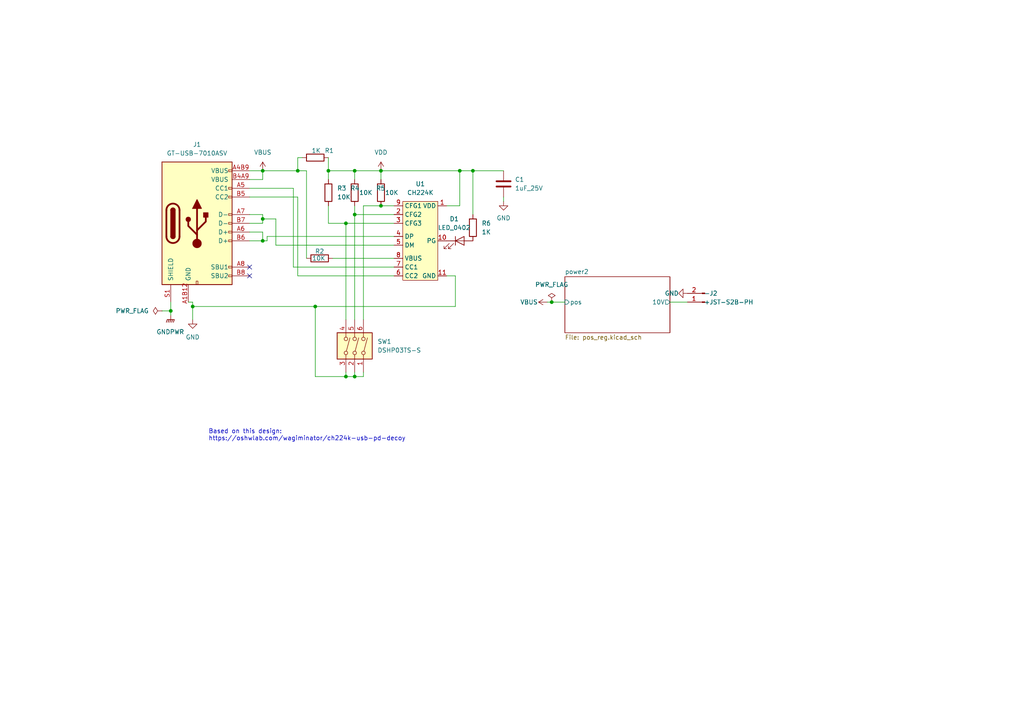
<source format=kicad_sch>
(kicad_sch (version 20230121) (generator eeschema)
  (paper "A4")
  (lib_symbols
    (symbol "0JLC-6:10K" (pin_numbers hide) (pin_names (offset 0))
      (property "Reference" "R" (at 2.032 0 90))
      (property "Value" "10K" (at 0 0 90))
      (symbol "10K_0_1"
        (rectangle (start -1.016 -2.54) (end 1.016 2.54) (stroke (width 0.254)))
      )
      (symbol "10K_1_1"
        (pin passive line (at 0 3.81 270) (length 1.27) (name "~") (number "1"))
        (pin passive line (at 0 -3.81 90) (length 1.27) (name "~") (number "2"))
      )
    )
    (symbol "0JLC-6:1K" (pin_numbers hide) (pin_names (offset 0))
      (property "Reference" "R" (at 2.032 0 90))
      (property "Value" "1K" (at 0 0 90))
      (symbol "1K_0_1"
        (rectangle (start -1.016 -2.54) (end 1.016 2.54) (stroke (width 0.254)))
      )
      (symbol "1K_1_1"
        (pin passive line (at 0 3.81 270) (length 1.27) (name "~") (number "1"))
        (pin passive line (at 0 -3.81 90) (length 1.27) (name "~") (number "2"))
      )
    )
    (symbol "0JLC-6:1uF_25V" (pin_numbers hide) (pin_names (offset 0.254))
      (property "Reference" "C" (at 0.635 2.54 0))
      (property "Value" "1uF_25V" (at 0.635 -2.54 0))
      (symbol "1uF_25V_0_1"
        (polyline (pts (xy -2.032 -0.762) (xy 2.032 -0.762)) (stroke (width 0.508)))
        (polyline (pts (xy -2.032 0.762) (xy 2.032 0.762)) (stroke (width 0.508)))
      )
      (symbol "1uF_25V_1_1"
        (pin passive line (at 0 3.81 270) (length 2.794) (name "~") (number "1"))
        (pin passive line (at 0 -3.81 90) (length 2.794) (name "~") (number "2"))
      )
    )
    (symbol "0JLC-6:CH224K"
      (property "Reference" "U" (at -1.27 15.24 0))
      (property "Value" "CH224K" (at 0 12.7 0))
      (symbol "CH224K_0_1"
        (rectangle (start -5.08 11.43) (end 5.08 -11.43) (fill (type background)))
      )
      (symbol "CH224K_1_1"
        (pin input line (at 7.62 10.16 180) (length 2.54) (name "VDD") (number "1"))
        (pin input line (at 7.62 0 180) (length 2.54) (name "PG") (number "10"))
        (pin input line (at 7.62 -10.16 180) (length 2.54) (name "GND") (number "11"))
        (pin input line (at -7.62 7.62 0) (length 2.54) (name "CFG2") (number "2"))
        (pin input line (at -7.62 5.08 0) (length 2.54) (name "CFG3") (number "3"))
        (pin input line (at -7.62 1.27 0) (length 2.54) (name "DP") (number "4"))
        (pin input line (at -7.62 -1.27 0) (length 2.54) (name "DM") (number "5"))
        (pin input line (at -7.62 -10.16 0) (length 2.54) (name "CC2") (number "6"))
        (pin input line (at -7.62 -7.62 0) (length 2.54) (name "CC1") (number "7"))
        (pin input line (at -7.62 -5.08 0) (length 2.54) (name "VBUS") (number "8"))
        (pin input line (at -7.62 10.16 0) (length 2.54) (name "CFG1") (number "9"))
      )
    )
    (symbol "0JLC-6:LED_0402" (pin_numbers hide) (pin_names (offset 1.016) hide)
      (property "Reference" "D" (at 0 2.54 0))
      (property "Value" "LED_0402" (at 0 -2.54 0))
      (symbol "LED_0402_0_1"
        (polyline (pts (xy -1.27 -1.27) (xy -1.27 1.27)) (stroke (width 0.2032)))
        (polyline (pts (xy -1.27 0) (xy 1.27 0)))
        (polyline (pts (xy 1.27 -1.27) (xy 1.27 1.27) (xy -1.27 0) (xy 1.27 -1.27)) (stroke (width 0.2032)))
        (polyline (pts (xy -3.048 -0.762) (xy -4.572 -2.286) (xy -3.81 -2.286) (xy -4.572 -2.286) (xy -4.572 -1.524)))
        (polyline (pts (xy -1.778 -0.762) (xy -3.302 -2.286) (xy -2.54 -2.286) (xy -3.302 -2.286) (xy -3.302 -1.524)))
      )
      (symbol "LED_0402_1_1"
        (pin passive line (at -3.81 0 0) (length 2.54) (name "K") (number "1"))
        (pin passive line (at 3.81 0 180) (length 2.54) (name "A") (number "2"))
      )
    )
    (symbol "0JLC-7:GT-USB-7010ASV" (pin_names (offset 1.016))
      (property "Reference" "J1" (at 0 23.114 0))
      (property "Value" "GT-USB-7010ASV" (at 0 20.574 0))
      (symbol "GT-USB-7010ASV_0_0"
        (rectangle (start -0.254 -17.78) (end 0.254 -16.764))
        (rectangle (start 10.16 -14.986) (end 9.144 -15.494))
        (rectangle (start 10.16 -12.446) (end 9.144 -12.954))
        (rectangle (start 10.16 -4.826) (end 9.144 -5.334))
        (rectangle (start 10.16 -2.286) (end 9.144 -2.794))
        (rectangle (start 10.16 0.254) (end 9.144 -0.254))
        (rectangle (start 10.16 2.794) (end 9.144 2.286))
        (rectangle (start 10.16 7.874) (end 9.144 7.366))
        (rectangle (start 10.16 10.414) (end 9.144 9.906))
        (rectangle (start 10.16 15.494) (end 9.144 14.986))
      )
      (symbol "GT-USB-7010ASV_0_1"
        (rectangle (start -10.16 17.78) (end 10.16 -17.78) (stroke (width 0.254)) (fill (type background)))
        (arc (start -8.89 -3.81) (mid -6.985 -5.7067) (end -5.08 -3.81) (stroke (width 0.508)))
        (arc (start -7.62 -3.81) (mid -6.985 -4.4423) (end -6.35 -3.81) (stroke (width 0.254)))
        (arc (start -7.62 -3.81) (mid -6.985 -4.4423) (end -6.35 -3.81) (stroke (width 0.254)) (fill (type outline)))
        (rectangle (start -7.62 -3.81) (end -6.35 3.81) (stroke (width 0.254)) (fill (type outline)))
        (arc (start -6.35 3.81) (mid -6.985 4.4423) (end -7.62 3.81) (stroke (width 0.254)))
        (arc (start -6.35 3.81) (mid -6.985 4.4423) (end -7.62 3.81) (stroke (width 0.254)) (fill (type outline)))
        (arc (start -5.08 3.81) (mid -6.985 5.7067) (end -8.89 3.81) (stroke (width 0.508)))
        (circle (center -2.54 1.143) (radius 0.635) (stroke (width 0.254)) (fill (type outline)))
        (circle (center 0 -5.842) (radius 1.27) (fill (type outline)))
        (polyline (pts (xy -8.89 -3.81) (xy -8.89 3.81)) (stroke (width 0.508)))
        (polyline (pts (xy -5.08 3.81) (xy -5.08 -3.81)) (stroke (width 0.508)))
        (polyline (pts (xy 0 -5.842) (xy 0 4.318)) (stroke (width 0.508)))
        (polyline (pts (xy 0 -3.302) (xy -2.54 -0.762) (xy -2.54 0.508)) (stroke (width 0.508)))
        (polyline (pts (xy 0 -2.032) (xy 2.54 0.508) (xy 2.54 1.778)) (stroke (width 0.508)))
        (polyline (pts (xy -1.27 4.318) (xy 0 6.858) (xy 1.27 4.318) (xy -1.27 4.318)) (stroke (width 0.254)) (fill (type outline)))
        (rectangle (start 1.905 1.778) (end 3.175 3.048) (stroke (width 0.254)) (fill (type outline)))
      )
      (symbol "GT-USB-7010ASV_1_1"
        (pin passive line (at -2.54 -22.86 90) (length 5.08) (name "GND") (number "A1B12"))
        (pin passive line (at 15.24 15.24 180) (length 5.08) (name "VBUS") (number "A4B9"))
        (pin bidirectional line (at 15.24 10.16 180) (length 5.08) (name "CC1") (number "A5"))
        (pin bidirectional line (at 15.24 -2.54 180) (length 5.08) (name "D+") (number "A6"))
        (pin bidirectional line (at 15.24 2.54 180) (length 5.08) (name "D-") (number "A7"))
        (pin bidirectional line (at 15.24 -12.7 180) (length 5.08) (name "SBU1") (number "A8"))
        (pin passive line (at -2.54 -22.86 90) (length 5.08) hide (name "GND") (number "B1A12"))
        (pin passive line (at 15.24 12.7 180) (length 5.08) (name "VBUS") (number "B4A9"))
        (pin bidirectional line (at 15.24 7.62 180) (length 5.08) (name "CC2") (number "B5"))
        (pin bidirectional line (at 15.24 -5.08 180) (length 5.08) (name "D+") (number "B6"))
        (pin bidirectional line (at 15.24 0 180) (length 5.08) (name "D-") (number "B7"))
        (pin bidirectional line (at 15.24 -15.24 180) (length 5.08) (name "SBU2") (number "B8"))
        (pin passive line (at -7.62 -22.86 90) (length 5.08) (name "SHIELD") (number "S1"))
        (pin passive line (at -7.62 -22.86 90) (length 5.08) hide (name "SHIELD") (number "S2"))
        (pin passive line (at -7.62 -22.86 90) (length 5.08) hide (name "SHIELD") (number "S3"))
        (pin passive line (at -7.62 -22.86 90) (length 5.08) hide (name "SHIELD") (number "S4"))
      )
    )
    (symbol "JST-B2B-PH_1" (pin_names (offset 1.016))
      (property "Reference" "J" (at 0 2.54 0))
      (property "Value" "JST-B2B-PH" (at 0 -5.08 0))
      (symbol "JST-B2B-PH_1_1_1"
        (polyline (pts (xy 1.27 -2.54) (xy 0.8636 -2.54)) (stroke (width 0.1524)))
        (polyline (pts (xy 1.27 0) (xy 0.8636 0)) (stroke (width 0.1524)))
        (rectangle (start 0.8636 -2.413) (end 0 -2.667) (stroke (width 0.1524)) (fill (type outline)))
        (rectangle (start 0.8636 0.127) (end 0 -0.127) (stroke (width 0.1524)) (fill (type outline)))
        (pin passive line (at 5.08 0 180) (length 3.81) (name "+") (number "1"))
        (pin passive line (at 5.08 -2.54 180) (length 3.81) (name "-") (number "2"))
      )
    )
    (symbol "Switch:SW_DIP_x03" (pin_names (offset 0) hide)
      (property "Reference" "SW" (at 0 8.89 0))
      (property "Value" "SW_DIP_x03" (at 0 -3.81 0))
      (symbol "SW_DIP_x03_0_0"
        (circle (center -2.032 0) (radius 0.508))
        (circle (center -2.032 2.54) (radius 0.508))
        (circle (center -2.032 5.08) (radius 0.508))
        (polyline (pts (xy -1.524 0.127) (xy 2.3622 1.1684)))
        (polyline (pts (xy -1.524 2.667) (xy 2.3622 3.7084)))
        (polyline (pts (xy -1.524 5.207) (xy 2.3622 6.2484)))
        (circle (center 2.032 0) (radius 0.508))
        (circle (center 2.032 2.54) (radius 0.508))
        (circle (center 2.032 5.08) (radius 0.508))
      )
      (symbol "SW_DIP_x03_0_1"
        (rectangle (start -3.81 7.62) (end 3.81 -2.54) (stroke (width 0.254)) (fill (type background)))
      )
      (symbol "SW_DIP_x03_1_1"
        (pin passive line (at -7.62 5.08 0) (length 5.08) (name "~") (number "1"))
        (pin passive line (at -7.62 2.54 0) (length 5.08) (name "~") (number "2"))
        (pin passive line (at -7.62 0 0) (length 5.08) (name "~") (number "3"))
        (pin passive line (at 7.62 0 180) (length 5.08) (name "~") (number "4"))
        (pin passive line (at 7.62 2.54 180) (length 5.08) (name "~") (number "5"))
        (pin passive line (at 7.62 5.08 180) (length 5.08) (name "~") (number "6"))
      )
    )
    (symbol "power:GND" (power) (pin_names (offset 0))
      (property "Value" "GND" (at 0 -3.81 0))
      (symbol "GND_0_1"
        (polyline (pts (xy 0 0) (xy 0 -1.27) (xy 1.27 -1.27) (xy 0 -2.54) (xy -1.27 -1.27) (xy 0 -1.27)))
      )
      (symbol "GND_1_1"
        (pin power_in line (at 0 0 270) (length 0) hide (name "GND") (number "1"))
      )
    )
    (symbol "power:GNDPWR" (power) (pin_names (offset 0))
      (property "Value" "GNDPWR" (at 0 -3.302 0))
      (symbol "GNDPWR_0_1"
        (polyline (pts (xy 0 -1.27) (xy 0 0)))
        (polyline (pts (xy -1.016 -1.27) (xy -1.27 -2.032) (xy -1.27 -2.032)) (stroke (width 0.2032)))
        (polyline (pts (xy -0.508 -1.27) (xy -0.762 -2.032) (xy -0.762 -2.032)) (stroke (width 0.2032)))
        (polyline (pts (xy 0 -1.27) (xy -0.254 -2.032) (xy -0.254 -2.032)) (stroke (width 0.2032)))
        (polyline (pts (xy 0.508 -1.27) (xy 0.254 -2.032) (xy 0.254 -2.032)) (stroke (width 0.2032)))
        (polyline (pts (xy 1.016 -1.27) (xy -1.016 -1.27) (xy -1.016 -1.27)) (stroke (width 0.2032)))
        (polyline (pts (xy 1.016 -1.27) (xy 0.762 -2.032) (xy 0.762 -2.032) (xy 0.762 -2.032)) (stroke (width 0.2032)))
      )
      (symbol "GNDPWR_1_1"
        (pin power_in line (at 0 0 270) (length 0) hide (name "GNDPWR") (number "1"))
      )
    )
    (symbol "power:PWR_FLAG" (power) (pin_numbers hide) (pin_names (offset 0) hide)
      (property "Value" "PWR_FLAG" (at 0 3.81 0))
      (symbol "PWR_FLAG_0_0"
        (pin power_out line (at 0 0 90) (length 0) (name "pwr") (number "1"))
      )
      (symbol "PWR_FLAG_0_1"
        (polyline (pts (xy 0 0) (xy 0 1.27) (xy -1.016 1.905) (xy 0 2.54) (xy 1.016 1.905) (xy 0 1.27)))
      )
    )
    (symbol "power:VBUS" (power) (pin_names (offset 0))
      (property "Value" "VBUS" (at 0 3.81 0))
      (symbol "VBUS_0_1"
        (polyline (pts (xy -0.762 1.27) (xy 0 2.54)))
        (polyline (pts (xy 0 0) (xy 0 2.54)))
        (polyline (pts (xy 0 2.54) (xy 0.762 1.27)))
      )
      (symbol "VBUS_1_1"
        (pin power_in line (at 0 0 90) (length 0) hide (name "VBUS") (number "1"))
      )
    )
    (symbol "power:VDD" (power) (pin_names (offset 0))
      (property "Value" "VDD" (at 0 3.81 0))
      (symbol "VDD_0_1"
        (polyline (pts (xy -0.762 1.27) (xy 0 2.54)))
        (polyline (pts (xy 0 0) (xy 0 2.54)))
        (polyline (pts (xy 0 2.54) (xy 0.762 1.27)))
      )
      (symbol "VDD_1_1"
        (pin power_in line (at 0 0 90) (length 0) hide (name "VDD") (number "1"))
      )
    )
  )
  (junction (at 110.49 59.69))
  (junction (at 102.87 62.23))
  (junction (at 110.49 49.53))
  (junction (at 133.35 49.53))
  (junction (at 55.88 88.9))
  (junction (at 95.25 49.53))
  (junction (at 91.44 88.9))
  (junction (at 86.36 49.53))
  (junction (at 137.16 49.53))
  (junction (at 76.2 69.85))
  (junction (at 102.87 49.53))
  (junction (at 100.33 109.22))
  (junction (at 76.2 63.5))
  (junction (at 160.02 87.63))
  (junction (at 100.33 64.77))
  (junction (at 102.87 109.22))
  (junction (at 76.2 49.53))
  (junction (at 49.53 90.17))
  (no_connect (at 72.39 77.47))
  (no_connect (at 72.39 80.01))
  (wire (pts (xy 100.33 109.22) (xy 102.87 109.22)))
  (wire (pts (xy 95.25 49.53) (xy 95.25 52.07)))
  (wire (pts (xy 110.49 49.53) (xy 133.35 49.53)))
  (wire (pts (xy 146.05 49.53) (xy 137.16 49.53)))
  (wire (pts (xy 91.44 109.22) (xy 100.33 109.22)))
  (wire (pts (xy 86.36 57.15) (xy 86.36 80.01)))
  (wire (pts (xy 76.2 52.07) (xy 76.2 49.53)))
  (wire (pts (xy 86.36 80.01) (xy 114.3 80.01)))
  (wire (pts (xy 95.25 59.69) (xy 95.25 64.77)))
  (wire (pts (xy 80.01 71.12) (xy 114.3 71.12)))
  (wire (pts (xy 95.25 45.72) (xy 95.25 49.53)))
  (wire (pts (xy 76.2 63.5) (xy 80.01 63.5)))
  (wire (pts (xy 77.47 68.58) (xy 114.3 68.58)))
  (wire (pts (xy 72.39 52.07) (xy 76.2 52.07)))
  (wire (pts (xy 88.9 49.53) (xy 86.36 49.53)))
  (wire (pts (xy 72.39 64.77) (xy 76.2 64.77)))
  (wire (pts (xy 146.05 57.15) (xy 146.05 58.42)))
  (wire (pts (xy 55.88 88.9) (xy 55.88 92.71)))
  (wire (pts (xy 102.87 59.69) (xy 102.87 62.23)))
  (wire (pts (xy 100.33 92.71) (xy 100.33 64.77)))
  (wire (pts (xy 110.49 49.53) (xy 110.49 52.07)))
  (wire (pts (xy 76.2 62.23) (xy 72.39 62.23)))
  (wire (pts (xy 76.2 67.31) (xy 76.2 69.85)))
  (wire (pts (xy 129.54 59.69) (xy 133.35 59.69)))
  (wire (pts (xy 100.33 107.95) (xy 100.33 109.22)))
  (wire (pts (xy 129.54 80.01) (xy 132.08 80.01)))
  (wire (pts (xy 95.25 49.53) (xy 102.87 49.53)))
  (wire (pts (xy 102.87 109.22) (xy 105.41 109.22)))
  (wire (pts (xy 55.88 88.9) (xy 91.44 88.9)))
  (wire (pts (xy 160.02 87.63) (xy 163.83 87.63)))
  (wire (pts (xy 77.47 69.85) (xy 77.47 68.58)))
  (wire (pts (xy 54.61 87.63) (xy 55.88 87.63)))
  (wire (pts (xy 96.52 74.93) (xy 114.3 74.93)))
  (wire (pts (xy 102.87 49.53) (xy 110.49 49.53)))
  (wire (pts (xy 88.9 74.93) (xy 88.9 49.53)))
  (wire (pts (xy 55.88 87.63) (xy 55.88 88.9)))
  (wire (pts (xy 49.53 90.17) (xy 49.53 91.44)))
  (wire (pts (xy 72.39 49.53) (xy 76.2 49.53)))
  (wire (pts (xy 133.35 49.53) (xy 133.35 59.69)))
  (wire (pts (xy 86.36 49.53) (xy 86.36 45.72)))
  (wire (pts (xy 102.87 107.95) (xy 102.87 109.22)))
  (wire (pts (xy 76.2 63.5) (xy 76.2 64.77)))
  (wire (pts (xy 137.16 49.53) (xy 137.16 62.23)))
  (wire (pts (xy 91.44 88.9) (xy 91.44 109.22)))
  (wire (pts (xy 105.41 109.22) (xy 105.41 107.95)))
  (wire (pts (xy 85.09 54.61) (xy 85.09 77.47)))
  (wire (pts (xy 46.99 90.17) (xy 49.53 90.17)))
  (wire (pts (xy 100.33 64.77) (xy 114.3 64.77)))
  (wire (pts (xy 158.75 87.63) (xy 160.02 87.63)))
  (wire (pts (xy 194.31 87.63) (xy 199.39 87.63)))
  (wire (pts (xy 49.53 87.63) (xy 49.53 90.17)))
  (wire (pts (xy 102.87 62.23) (xy 102.87 92.71)))
  (wire (pts (xy 86.36 45.72) (xy 87.63 45.72)))
  (wire (pts (xy 80.01 63.5) (xy 80.01 71.12)))
  (wire (pts (xy 105.41 59.69) (xy 110.49 59.69)))
  (wire (pts (xy 132.08 80.01) (xy 132.08 88.9)))
  (wire (pts (xy 72.39 54.61) (xy 85.09 54.61)))
  (wire (pts (xy 76.2 69.85) (xy 77.47 69.85)))
  (wire (pts (xy 95.25 64.77) (xy 100.33 64.77)))
  (wire (pts (xy 110.49 59.69) (xy 114.3 59.69)))
  (wire (pts (xy 72.39 67.31) (xy 76.2 67.31)))
  (wire (pts (xy 76.2 49.53) (xy 86.36 49.53)))
  (wire (pts (xy 85.09 77.47) (xy 114.3 77.47)))
  (wire (pts (xy 102.87 49.53) (xy 102.87 52.07)))
  (wire (pts (xy 72.39 57.15) (xy 86.36 57.15)))
  (wire (pts (xy 76.2 62.23) (xy 76.2 63.5)))
  (wire (pts (xy 102.87 62.23) (xy 114.3 62.23)))
  (wire (pts (xy 105.41 92.71) (xy 105.41 59.69)))
  (wire (pts (xy 137.16 49.53) (xy 133.35 49.53)))
  (wire (pts (xy 91.44 88.9) (xy 132.08 88.9)))
  (wire (pts (xy 72.39 69.85) (xy 76.2 69.85)))
  (text "Based on this design:\nhttps://oshwlab.com/wagiminator/ch224k-usb-pd-decoy" (at 60.452 128.016 0) (effects (font (size 1.27 1.27)) (justify left bottom)))
  (symbol (lib_id "0JLC-7:GT-USB-7010ASV") (at 57.15 64.77 0) (unit 1)
    (property "Reference" "J1" (at 57.15 41.91 0))
    (property "Value" "GT-USB-7010ASV" (at 57.15 44.45 0))
    (property "Footprint" "0my_footprints7:USB-C-GT-USB-7010ASV" (effects hide))
    (property "Datasheet" "https://datasheet.lcsc.com/lcsc/2303271630_G-Switch-GT-USB-7010ASV_C2988369.pdf" (effects hide))
    (property "LCSC" "C2988369" (effects hide))
  )
  (symbol (lib_id "0JLC-6:LED_0402") (at 133.35 69.85 0) (unit 1)
    (property "Reference" "D1" (at 131.7498 63.5 0))
    (property "Value" "LED_0402" (at 131.7498 66.04 0))
    (property "Footprint" "LED_SMD:LED_0402_1005Metric" (effects hide))
    (property "LCSC" "C165979" (effects hide))
    (property "MPN" "BL-HGE37A-AV-TRB" (effects hide))
  )
  (symbol (lib_id "power:PWR_FLAG") (at 46.99 90.17 90) (unit 1)
    (property "Reference" "#FLG06" (effects hide))
    (property "Value" "PWR_FLAG" (at 43.18 90.17 90) (effects (justify left)))
  )
  (symbol (lib_id "power:VDD") (at 110.49 49.53 0) (unit 1)
    (property "Reference" "#PWR04" (effects hide))
    (property "Value" "VDD" (at 110.49 44.196 0))
  )
  (symbol (lib_id "0JLC-6:1K") (at 137.16 66.04 0) (unit 1)
    (property "Reference" "R6" (at 139.7 64.7699 0) (effects (justify left)))
    (property "Value" "1K" (at 139.7 67.3099 0) (effects (justify left)))
    (property "Footprint" "Resistor_SMD:R_0603_1608Metric_Pad0.98x0.95mm_HandSolder" (effects hide))
    (property "LCSC" "C21190" (effects hide))
    (property "MPN" "0603WAF1001T5E" (effects hide))
  )
  (symbol (lib_id "power:VBUS") (at 76.2 49.53 0) (unit 1)
    (property "Reference" "#PWR03" (effects hide))
    (property "Value" "VBUS" (at 76.2 44.196 0))
  )
  (symbol (lib_id "power:GND") (at 146.05 58.42 0) (unit 1)
    (property "Reference" "#PWR05" (effects hide))
    (property "Value" "GND" (at 146.05 63.246 0))
  )
  (symbol (lib_id "power:VBUS") (at 158.75 87.63 90) (unit 1)
    (property "Reference" "#PWR06" (effects hide))
    (property "Value" "VBUS" (at 150.876 87.63 90) (effects (justify right)))
  )
  (symbol (lib_name "JST-B2B-PH_1") (lib_id "0JLC-6:JST-B2B-PH") (at 204.47 87.63 180) (unit 1)
    (property "Reference" "J2" (at 205.74 85.09 0) (effects (justify right)))
    (property "Value" "JST-S2B-PH" (at 205.74 87.63 0) (effects (justify right)))
    (property "Footprint" "Connector_JST:JST_PH_S2B-PH-K_1x02_P2.00mm_Horizontal" (effects hide))
    (property "LCSC" "C173752" (effects hide))
    (property "MPN" "S2B-PH-K-S(LF)(SN)" (effects hide))
  )
  (symbol (lib_id "power:GND") (at 55.88 92.71 0) (unit 1)
    (property "Reference" "#PWR02" (effects hide))
    (property "Value" "GND" (at 55.88 97.79 0))
  )
  (symbol (lib_id "0JLC-6:CH224K") (at 121.92 69.85 0) (unit 1)
    (property "Reference" "U1" (at 121.92 53.34 0))
    (property "Value" "CH224K" (at 121.92 55.88 0))
    (property "Footprint" "0my_footprints6:ESSOP-10_L4.9-W3.9-P1.0-LS6.0-TL-EP" (effects hide))
    (property "Datasheet" "https://components101.com/sites/default/files/component_datasheet/WCH_CH224K_ENG.pdf" (effects hide))
    (property "LCSC" "C970725" (effects hide))
  )
  (symbol (lib_id "0JLC-6:1uF_25V") (at 146.05 53.34 0) (unit 1)
    (property "Reference" "C1" (at 149.352 52.0699 0) (effects (justify left)))
    (property "Value" "1uF_25V" (at 149.352 54.6099 0) (effects (justify left)))
    (property "Footprint" "Capacitor_SMD:C_0603_1608Metric_Pad1.08x0.95mm_HandSolder" (effects hide))
    (property "LCSC" "C15849" (effects hide))
    (property "MPN" "CL10A105KB8NNNC" (effects hide))
  )
  (symbol (lib_id "power:GND") (at 199.39 85.09 270) (unit 1)
    (property "Reference" "#PWR07" (effects hide))
    (property "Value" "GND" (at 192.786 85.09 90) (effects (justify left)))
  )
  (symbol (lib_id "power:PWR_FLAG") (at 160.02 87.63 0) (unit 1)
    (property "Reference" "#FLG05" (effects hide))
    (property "Value" "PWR_FLAG" (at 160.02 82.55 0))
  )
  (symbol (lib_id "Switch:SW_DIP_x03") (at 100.33 100.33 270) (mirror x) (unit 1)
    (property "Reference" "SW1" (at 109.474 99.0599 90) (effects (justify left)))
    (property "Value" "DSHP03TS-S" (at 109.474 101.5999 90) (effects (justify left)))
    (property "Footprint" "0my_footprints6:SW-SMD_DSHP03TS-S" (effects hide))
    (property "Datasheet" "https://datasheet.lcsc.com/lcsc/2110151630_XKB-Connectivity-DSHP03TS-S_C319051.pdf" (effects hide))
    (property "LCSC" "C319051" (effects hide))
  )
  (symbol (lib_id "power:GNDPWR") (at 49.53 91.44 0) (unit 1)
    (property "Reference" "#PWR01" (effects hide))
    (property "Value" "GNDPWR" (at 49.403 96.266 0))
  )
  (symbol (lib_id "0JLC-6:10K") (at 92.71 74.93 270) (unit 1)
    (property "Reference" "R2" (at 92.71 72.898 90))
    (property "Value" "10K" (at 92.456 74.93 90))
    (property "Footprint" "Resistor_SMD:R_0603_1608Metric_Pad0.98x0.95mm_HandSolder" (effects hide))
    (property "LCSC" "C25804" (effects hide))
    (property "MPN" "0603WAF1002T5E" (effects hide))
  )
  (symbol (lib_id "0JLC-6:1K") (at 91.44 45.72 90) (unit 1)
    (property "Reference" "R1" (at 95.504 43.688 90))
    (property "Value" "1K" (at 91.694 43.688 90))
    (property "Footprint" "Resistor_SMD:R_0603_1608Metric_Pad0.98x0.95mm_HandSolder" (effects hide))
    (property "LCSC" "C21190" (effects hide))
    (property "MPN" "0603WAF1001T5E" (effects hide))
  )
  (symbol (lib_id "0JLC-6:10K") (at 95.25 55.88 180) (unit 1)
    (property "Reference" "R3" (at 97.79 54.6099 0) (effects (justify right)))
    (property "Value" "10K" (at 97.79 57.1499 0) (effects (justify right)))
    (property "Footprint" "Resistor_SMD:R_0603_1608Metric_Pad0.98x0.95mm_HandSolder" (effects hide))
    (property "LCSC" "C25804" (effects hide))
    (property "MPN" "0603WAF1002T5E" (effects hide))
  )
  (symbol (lib_id "0JLC-6:10K") (at 102.87 55.88 180) (unit 1)
    (property "Reference" "R4" (at 101.6 54.61 0) (effects (justify right)))
    (property "Value" "10K" (at 104.14 55.88 0) (effects (justify right)))
    (property "Footprint" "Resistor_SMD:R_0603_1608Metric_Pad0.98x0.95mm_HandSolder" (effects hide))
    (property "LCSC" "C25804" (effects hide))
    (property "MPN" "0603WAF1002T5E" (effects hide))
  )
  (symbol (lib_id "0JLC-6:10K") (at 110.49 55.88 0) (mirror x) (unit 1)
    (property "Reference" "R5" (at 111.76 54.61 0) (effects (justify right)))
    (property "Value" "10K" (at 115.57 55.88 0) (effects (justify right)))
    (property "Footprint" "Resistor_SMD:R_0603_1608Metric_Pad0.98x0.95mm_HandSolder" (effects hide))
    (property "LCSC" "C25804" (effects hide))
    (property "MPN" "0603WAF1002T5E" (effects hide))
  )
  (sheet (at 163.83 80.264) (size 30.48 16.256) (stroke (width 0.1524))
    (property "Sheetname" "power2" (at 163.83 79.5524 0) (effects (justify left bottom)))
    (property "Sheetfile" "pos_reg.kicad_sch" (at 163.83 97.1046 0) (effects (justify left top)))
    (pin "pos" input (at 163.83 87.63 180))
    (pin "10V" output (at 194.31 87.63 0))
  )
)
</source>
